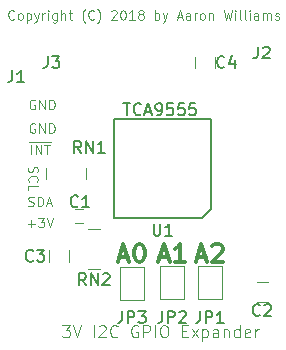
<source format=gbr>
G04 #@! TF.GenerationSoftware,KiCad,Pcbnew,5.0.0*
G04 #@! TF.CreationDate,2018-09-18T18:54:09-07:00*
G04 #@! TF.ProjectId,gpio-expander,6770696F2D657870616E6465722E6B69,rev?*
G04 #@! TF.SameCoordinates,Original*
G04 #@! TF.FileFunction,Legend,Top*
G04 #@! TF.FilePolarity,Positive*
%FSLAX46Y46*%
G04 Gerber Fmt 4.6, Leading zero omitted, Abs format (unit mm)*
G04 Created by KiCad (PCBNEW 5.0.0) date Tue Sep 18 18:54:09 2018*
%MOMM*%
%LPD*%
G01*
G04 APERTURE LIST*
%ADD10C,0.100000*%
%ADD11C,0.150000*%
%ADD12C,0.300000*%
%ADD13C,0.120000*%
G04 APERTURE END LIST*
D10*
X133428571Y-86485714D02*
X133390476Y-86523809D01*
X133276190Y-86561904D01*
X133199999Y-86561904D01*
X133085714Y-86523809D01*
X133009523Y-86447619D01*
X132971428Y-86371428D01*
X132933333Y-86219047D01*
X132933333Y-86104761D01*
X132971428Y-85952380D01*
X133009523Y-85876190D01*
X133085714Y-85800000D01*
X133199999Y-85761904D01*
X133276190Y-85761904D01*
X133390476Y-85800000D01*
X133428571Y-85838095D01*
X133885714Y-86561904D02*
X133809523Y-86523809D01*
X133771428Y-86485714D01*
X133733333Y-86409523D01*
X133733333Y-86180952D01*
X133771428Y-86104761D01*
X133809523Y-86066666D01*
X133885714Y-86028571D01*
X133999999Y-86028571D01*
X134076190Y-86066666D01*
X134114285Y-86104761D01*
X134152380Y-86180952D01*
X134152380Y-86409523D01*
X134114285Y-86485714D01*
X134076190Y-86523809D01*
X133999999Y-86561904D01*
X133885714Y-86561904D01*
X134495238Y-86028571D02*
X134495238Y-86828571D01*
X134495238Y-86066666D02*
X134571428Y-86028571D01*
X134723809Y-86028571D01*
X134800000Y-86066666D01*
X134838095Y-86104761D01*
X134876190Y-86180952D01*
X134876190Y-86409523D01*
X134838095Y-86485714D01*
X134800000Y-86523809D01*
X134723809Y-86561904D01*
X134571428Y-86561904D01*
X134495238Y-86523809D01*
X135142857Y-86028571D02*
X135333333Y-86561904D01*
X135523809Y-86028571D02*
X135333333Y-86561904D01*
X135257142Y-86752380D01*
X135219047Y-86790476D01*
X135142857Y-86828571D01*
X135828571Y-86561904D02*
X135828571Y-86028571D01*
X135828571Y-86180952D02*
X135866666Y-86104761D01*
X135904761Y-86066666D01*
X135980952Y-86028571D01*
X136057142Y-86028571D01*
X136323809Y-86561904D02*
X136323809Y-86028571D01*
X136323809Y-85761904D02*
X136285714Y-85800000D01*
X136323809Y-85838095D01*
X136361904Y-85800000D01*
X136323809Y-85761904D01*
X136323809Y-85838095D01*
X137047619Y-86028571D02*
X137047619Y-86676190D01*
X137009523Y-86752380D01*
X136971428Y-86790476D01*
X136895238Y-86828571D01*
X136780952Y-86828571D01*
X136704761Y-86790476D01*
X137047619Y-86523809D02*
X136971428Y-86561904D01*
X136819047Y-86561904D01*
X136742857Y-86523809D01*
X136704761Y-86485714D01*
X136666666Y-86409523D01*
X136666666Y-86180952D01*
X136704761Y-86104761D01*
X136742857Y-86066666D01*
X136819047Y-86028571D01*
X136971428Y-86028571D01*
X137047619Y-86066666D01*
X137428571Y-86561904D02*
X137428571Y-85761904D01*
X137771428Y-86561904D02*
X137771428Y-86142857D01*
X137733333Y-86066666D01*
X137657142Y-86028571D01*
X137542857Y-86028571D01*
X137466666Y-86066666D01*
X137428571Y-86104761D01*
X138038095Y-86028571D02*
X138342857Y-86028571D01*
X138152380Y-85761904D02*
X138152380Y-86447619D01*
X138190476Y-86523809D01*
X138266666Y-86561904D01*
X138342857Y-86561904D01*
X139447619Y-86866666D02*
X139409523Y-86828571D01*
X139333333Y-86714285D01*
X139295238Y-86638095D01*
X139257142Y-86523809D01*
X139219047Y-86333333D01*
X139219047Y-86180952D01*
X139257142Y-85990476D01*
X139295238Y-85876190D01*
X139333333Y-85800000D01*
X139409523Y-85685714D01*
X139447619Y-85647619D01*
X140209523Y-86485714D02*
X140171428Y-86523809D01*
X140057142Y-86561904D01*
X139980952Y-86561904D01*
X139866666Y-86523809D01*
X139790476Y-86447619D01*
X139752380Y-86371428D01*
X139714285Y-86219047D01*
X139714285Y-86104761D01*
X139752380Y-85952380D01*
X139790476Y-85876190D01*
X139866666Y-85800000D01*
X139980952Y-85761904D01*
X140057142Y-85761904D01*
X140171428Y-85800000D01*
X140209523Y-85838095D01*
X140476190Y-86866666D02*
X140514285Y-86828571D01*
X140590476Y-86714285D01*
X140628571Y-86638095D01*
X140666666Y-86523809D01*
X140704761Y-86333333D01*
X140704761Y-86180952D01*
X140666666Y-85990476D01*
X140628571Y-85876190D01*
X140590476Y-85800000D01*
X140514285Y-85685714D01*
X140476190Y-85647619D01*
X141657142Y-85838095D02*
X141695238Y-85800000D01*
X141771428Y-85761904D01*
X141961904Y-85761904D01*
X142038095Y-85800000D01*
X142076190Y-85838095D01*
X142114285Y-85914285D01*
X142114285Y-85990476D01*
X142076190Y-86104761D01*
X141619047Y-86561904D01*
X142114285Y-86561904D01*
X142609523Y-85761904D02*
X142685714Y-85761904D01*
X142761904Y-85800000D01*
X142800000Y-85838095D01*
X142838095Y-85914285D01*
X142876190Y-86066666D01*
X142876190Y-86257142D01*
X142838095Y-86409523D01*
X142800000Y-86485714D01*
X142761904Y-86523809D01*
X142685714Y-86561904D01*
X142609523Y-86561904D01*
X142533333Y-86523809D01*
X142495238Y-86485714D01*
X142457142Y-86409523D01*
X142419047Y-86257142D01*
X142419047Y-86066666D01*
X142457142Y-85914285D01*
X142495238Y-85838095D01*
X142533333Y-85800000D01*
X142609523Y-85761904D01*
X143638095Y-86561904D02*
X143180952Y-86561904D01*
X143409523Y-86561904D02*
X143409523Y-85761904D01*
X143333333Y-85876190D01*
X143257142Y-85952380D01*
X143180952Y-85990476D01*
X144095238Y-86104761D02*
X144019047Y-86066666D01*
X143980952Y-86028571D01*
X143942857Y-85952380D01*
X143942857Y-85914285D01*
X143980952Y-85838095D01*
X144019047Y-85800000D01*
X144095238Y-85761904D01*
X144247619Y-85761904D01*
X144323809Y-85800000D01*
X144361904Y-85838095D01*
X144400000Y-85914285D01*
X144400000Y-85952380D01*
X144361904Y-86028571D01*
X144323809Y-86066666D01*
X144247619Y-86104761D01*
X144095238Y-86104761D01*
X144019047Y-86142857D01*
X143980952Y-86180952D01*
X143942857Y-86257142D01*
X143942857Y-86409523D01*
X143980952Y-86485714D01*
X144019047Y-86523809D01*
X144095238Y-86561904D01*
X144247619Y-86561904D01*
X144323809Y-86523809D01*
X144361904Y-86485714D01*
X144400000Y-86409523D01*
X144400000Y-86257142D01*
X144361904Y-86180952D01*
X144323809Y-86142857D01*
X144247619Y-86104761D01*
X145352380Y-86561904D02*
X145352380Y-85761904D01*
X145352380Y-86066666D02*
X145428571Y-86028571D01*
X145580952Y-86028571D01*
X145657142Y-86066666D01*
X145695238Y-86104761D01*
X145733333Y-86180952D01*
X145733333Y-86409523D01*
X145695238Y-86485714D01*
X145657142Y-86523809D01*
X145580952Y-86561904D01*
X145428571Y-86561904D01*
X145352380Y-86523809D01*
X146000000Y-86028571D02*
X146190476Y-86561904D01*
X146380952Y-86028571D02*
X146190476Y-86561904D01*
X146114285Y-86752380D01*
X146076190Y-86790476D01*
X146000000Y-86828571D01*
X147257142Y-86333333D02*
X147638095Y-86333333D01*
X147180952Y-86561904D02*
X147447619Y-85761904D01*
X147714285Y-86561904D01*
X148323809Y-86561904D02*
X148323809Y-86142857D01*
X148285714Y-86066666D01*
X148209523Y-86028571D01*
X148057142Y-86028571D01*
X147980952Y-86066666D01*
X148323809Y-86523809D02*
X148247619Y-86561904D01*
X148057142Y-86561904D01*
X147980952Y-86523809D01*
X147942857Y-86447619D01*
X147942857Y-86371428D01*
X147980952Y-86295238D01*
X148057142Y-86257142D01*
X148247619Y-86257142D01*
X148323809Y-86219047D01*
X148704761Y-86561904D02*
X148704761Y-86028571D01*
X148704761Y-86180952D02*
X148742857Y-86104761D01*
X148780952Y-86066666D01*
X148857142Y-86028571D01*
X148933333Y-86028571D01*
X149314285Y-86561904D02*
X149238095Y-86523809D01*
X149200000Y-86485714D01*
X149161904Y-86409523D01*
X149161904Y-86180952D01*
X149200000Y-86104761D01*
X149238095Y-86066666D01*
X149314285Y-86028571D01*
X149428571Y-86028571D01*
X149504761Y-86066666D01*
X149542857Y-86104761D01*
X149580952Y-86180952D01*
X149580952Y-86409523D01*
X149542857Y-86485714D01*
X149504761Y-86523809D01*
X149428571Y-86561904D01*
X149314285Y-86561904D01*
X149923809Y-86028571D02*
X149923809Y-86561904D01*
X149923809Y-86104761D02*
X149961904Y-86066666D01*
X150038095Y-86028571D01*
X150152380Y-86028571D01*
X150228571Y-86066666D01*
X150266666Y-86142857D01*
X150266666Y-86561904D01*
X151180952Y-85761904D02*
X151371428Y-86561904D01*
X151523809Y-85990476D01*
X151676190Y-86561904D01*
X151866666Y-85761904D01*
X152171428Y-86561904D02*
X152171428Y-86028571D01*
X152171428Y-85761904D02*
X152133333Y-85800000D01*
X152171428Y-85838095D01*
X152209523Y-85800000D01*
X152171428Y-85761904D01*
X152171428Y-85838095D01*
X152666666Y-86561904D02*
X152590476Y-86523809D01*
X152552380Y-86447619D01*
X152552380Y-85761904D01*
X153085714Y-86561904D02*
X153009523Y-86523809D01*
X152971428Y-86447619D01*
X152971428Y-85761904D01*
X153390476Y-86561904D02*
X153390476Y-86028571D01*
X153390476Y-85761904D02*
X153352380Y-85800000D01*
X153390476Y-85838095D01*
X153428571Y-85800000D01*
X153390476Y-85761904D01*
X153390476Y-85838095D01*
X154114285Y-86561904D02*
X154114285Y-86142857D01*
X154076190Y-86066666D01*
X154000000Y-86028571D01*
X153847619Y-86028571D01*
X153771428Y-86066666D01*
X154114285Y-86523809D02*
X154038095Y-86561904D01*
X153847619Y-86561904D01*
X153771428Y-86523809D01*
X153733333Y-86447619D01*
X153733333Y-86371428D01*
X153771428Y-86295238D01*
X153847619Y-86257142D01*
X154038095Y-86257142D01*
X154114285Y-86219047D01*
X154495238Y-86561904D02*
X154495238Y-86028571D01*
X154495238Y-86104761D02*
X154533333Y-86066666D01*
X154609523Y-86028571D01*
X154723809Y-86028571D01*
X154800000Y-86066666D01*
X154838095Y-86142857D01*
X154838095Y-86561904D01*
X154838095Y-86142857D02*
X154876190Y-86066666D01*
X154952380Y-86028571D01*
X155066666Y-86028571D01*
X155142857Y-86066666D01*
X155180952Y-86142857D01*
X155180952Y-86561904D01*
X155523809Y-86523809D02*
X155600000Y-86561904D01*
X155752380Y-86561904D01*
X155828571Y-86523809D01*
X155866666Y-86447619D01*
X155866666Y-86409523D01*
X155828571Y-86333333D01*
X155752380Y-86295238D01*
X155638095Y-86295238D01*
X155561904Y-86257142D01*
X155523809Y-86180952D01*
X155523809Y-86142857D01*
X155561904Y-86066666D01*
X155638095Y-86028571D01*
X155752380Y-86028571D01*
X155828571Y-86066666D01*
X137514285Y-112452380D02*
X138133333Y-112452380D01*
X137800000Y-112833333D01*
X137942857Y-112833333D01*
X138038095Y-112880952D01*
X138085714Y-112928571D01*
X138133333Y-113023809D01*
X138133333Y-113261904D01*
X138085714Y-113357142D01*
X138038095Y-113404761D01*
X137942857Y-113452380D01*
X137657142Y-113452380D01*
X137561904Y-113404761D01*
X137514285Y-113357142D01*
X138419047Y-112452380D02*
X138752380Y-113452380D01*
X139085714Y-112452380D01*
X140180952Y-113452380D02*
X140180952Y-112452380D01*
X140609523Y-112547619D02*
X140657142Y-112500000D01*
X140752380Y-112452380D01*
X140990476Y-112452380D01*
X141085714Y-112500000D01*
X141133333Y-112547619D01*
X141180952Y-112642857D01*
X141180952Y-112738095D01*
X141133333Y-112880952D01*
X140561904Y-113452380D01*
X141180952Y-113452380D01*
X142180952Y-113357142D02*
X142133333Y-113404761D01*
X141990476Y-113452380D01*
X141895238Y-113452380D01*
X141752380Y-113404761D01*
X141657142Y-113309523D01*
X141609523Y-113214285D01*
X141561904Y-113023809D01*
X141561904Y-112880952D01*
X141609523Y-112690476D01*
X141657142Y-112595238D01*
X141752380Y-112500000D01*
X141895238Y-112452380D01*
X141990476Y-112452380D01*
X142133333Y-112500000D01*
X142180952Y-112547619D01*
X143895238Y-112500000D02*
X143800000Y-112452380D01*
X143657142Y-112452380D01*
X143514285Y-112500000D01*
X143419047Y-112595238D01*
X143371428Y-112690476D01*
X143323809Y-112880952D01*
X143323809Y-113023809D01*
X143371428Y-113214285D01*
X143419047Y-113309523D01*
X143514285Y-113404761D01*
X143657142Y-113452380D01*
X143752380Y-113452380D01*
X143895238Y-113404761D01*
X143942857Y-113357142D01*
X143942857Y-113023809D01*
X143752380Y-113023809D01*
X144371428Y-113452380D02*
X144371428Y-112452380D01*
X144752380Y-112452380D01*
X144847619Y-112500000D01*
X144895238Y-112547619D01*
X144942857Y-112642857D01*
X144942857Y-112785714D01*
X144895238Y-112880952D01*
X144847619Y-112928571D01*
X144752380Y-112976190D01*
X144371428Y-112976190D01*
X145371428Y-113452380D02*
X145371428Y-112452380D01*
X146038095Y-112452380D02*
X146228571Y-112452380D01*
X146323809Y-112500000D01*
X146419047Y-112595238D01*
X146466666Y-112785714D01*
X146466666Y-113119047D01*
X146419047Y-113309523D01*
X146323809Y-113404761D01*
X146228571Y-113452380D01*
X146038095Y-113452380D01*
X145942857Y-113404761D01*
X145847619Y-113309523D01*
X145800000Y-113119047D01*
X145800000Y-112785714D01*
X145847619Y-112595238D01*
X145942857Y-112500000D01*
X146038095Y-112452380D01*
X147657142Y-112928571D02*
X147990476Y-112928571D01*
X148133333Y-113452380D02*
X147657142Y-113452380D01*
X147657142Y-112452380D01*
X148133333Y-112452380D01*
X148466666Y-113452380D02*
X148990476Y-112785714D01*
X148466666Y-112785714D02*
X148990476Y-113452380D01*
X149371428Y-112785714D02*
X149371428Y-113785714D01*
X149371428Y-112833333D02*
X149466666Y-112785714D01*
X149657142Y-112785714D01*
X149752380Y-112833333D01*
X149800000Y-112880952D01*
X149847619Y-112976190D01*
X149847619Y-113261904D01*
X149800000Y-113357142D01*
X149752380Y-113404761D01*
X149657142Y-113452380D01*
X149466666Y-113452380D01*
X149371428Y-113404761D01*
X150704761Y-113452380D02*
X150704761Y-112928571D01*
X150657142Y-112833333D01*
X150561904Y-112785714D01*
X150371428Y-112785714D01*
X150276190Y-112833333D01*
X150704761Y-113404761D02*
X150609523Y-113452380D01*
X150371428Y-113452380D01*
X150276190Y-113404761D01*
X150228571Y-113309523D01*
X150228571Y-113214285D01*
X150276190Y-113119047D01*
X150371428Y-113071428D01*
X150609523Y-113071428D01*
X150704761Y-113023809D01*
X151180952Y-112785714D02*
X151180952Y-113452380D01*
X151180952Y-112880952D02*
X151228571Y-112833333D01*
X151323809Y-112785714D01*
X151466666Y-112785714D01*
X151561904Y-112833333D01*
X151609523Y-112928571D01*
X151609523Y-113452380D01*
X152514285Y-113452380D02*
X152514285Y-112452380D01*
X152514285Y-113404761D02*
X152419047Y-113452380D01*
X152228571Y-113452380D01*
X152133333Y-113404761D01*
X152085714Y-113357142D01*
X152038095Y-113261904D01*
X152038095Y-112976190D01*
X152085714Y-112880952D01*
X152133333Y-112833333D01*
X152228571Y-112785714D01*
X152419047Y-112785714D01*
X152514285Y-112833333D01*
X153371428Y-113404761D02*
X153276190Y-113452380D01*
X153085714Y-113452380D01*
X152990476Y-113404761D01*
X152942857Y-113309523D01*
X152942857Y-112928571D01*
X152990476Y-112833333D01*
X153085714Y-112785714D01*
X153276190Y-112785714D01*
X153371428Y-112833333D01*
X153419047Y-112928571D01*
X153419047Y-113023809D01*
X152942857Y-113119047D01*
X153847619Y-113452380D02*
X153847619Y-112785714D01*
X153847619Y-112976190D02*
X153895238Y-112880952D01*
X153942857Y-112833333D01*
X154038095Y-112785714D01*
X154133333Y-112785714D01*
D11*
X142680952Y-93652380D02*
X143252380Y-93652380D01*
X142966666Y-94652380D02*
X142966666Y-93652380D01*
X144157142Y-94557142D02*
X144109523Y-94604761D01*
X143966666Y-94652380D01*
X143871428Y-94652380D01*
X143728571Y-94604761D01*
X143633333Y-94509523D01*
X143585714Y-94414285D01*
X143538095Y-94223809D01*
X143538095Y-94080952D01*
X143585714Y-93890476D01*
X143633333Y-93795238D01*
X143728571Y-93700000D01*
X143871428Y-93652380D01*
X143966666Y-93652380D01*
X144109523Y-93700000D01*
X144157142Y-93747619D01*
X144538095Y-94366666D02*
X145014285Y-94366666D01*
X144442857Y-94652380D02*
X144776190Y-93652380D01*
X145109523Y-94652380D01*
X145490476Y-94652380D02*
X145680952Y-94652380D01*
X145776190Y-94604761D01*
X145823809Y-94557142D01*
X145919047Y-94414285D01*
X145966666Y-94223809D01*
X145966666Y-93842857D01*
X145919047Y-93747619D01*
X145871428Y-93700000D01*
X145776190Y-93652380D01*
X145585714Y-93652380D01*
X145490476Y-93700000D01*
X145442857Y-93747619D01*
X145395238Y-93842857D01*
X145395238Y-94080952D01*
X145442857Y-94176190D01*
X145490476Y-94223809D01*
X145585714Y-94271428D01*
X145776190Y-94271428D01*
X145871428Y-94223809D01*
X145919047Y-94176190D01*
X145966666Y-94080952D01*
X146871428Y-93652380D02*
X146395238Y-93652380D01*
X146347619Y-94128571D01*
X146395238Y-94080952D01*
X146490476Y-94033333D01*
X146728571Y-94033333D01*
X146823809Y-94080952D01*
X146871428Y-94128571D01*
X146919047Y-94223809D01*
X146919047Y-94461904D01*
X146871428Y-94557142D01*
X146823809Y-94604761D01*
X146728571Y-94652380D01*
X146490476Y-94652380D01*
X146395238Y-94604761D01*
X146347619Y-94557142D01*
X147823809Y-93652380D02*
X147347619Y-93652380D01*
X147300000Y-94128571D01*
X147347619Y-94080952D01*
X147442857Y-94033333D01*
X147680952Y-94033333D01*
X147776190Y-94080952D01*
X147823809Y-94128571D01*
X147871428Y-94223809D01*
X147871428Y-94461904D01*
X147823809Y-94557142D01*
X147776190Y-94604761D01*
X147680952Y-94652380D01*
X147442857Y-94652380D01*
X147347619Y-94604761D01*
X147300000Y-94557142D01*
X148776190Y-93652380D02*
X148300000Y-93652380D01*
X148252380Y-94128571D01*
X148300000Y-94080952D01*
X148395238Y-94033333D01*
X148633333Y-94033333D01*
X148728571Y-94080952D01*
X148776190Y-94128571D01*
X148823809Y-94223809D01*
X148823809Y-94461904D01*
X148776190Y-94557142D01*
X148728571Y-94604761D01*
X148633333Y-94652380D01*
X148395238Y-94652380D01*
X148300000Y-94604761D01*
X148252380Y-94557142D01*
D12*
X148928571Y-106650000D02*
X149642857Y-106650000D01*
X148785714Y-107078571D02*
X149285714Y-105578571D01*
X149785714Y-107078571D01*
X150214285Y-105721428D02*
X150285714Y-105650000D01*
X150428571Y-105578571D01*
X150785714Y-105578571D01*
X150928571Y-105650000D01*
X151000000Y-105721428D01*
X151071428Y-105864285D01*
X151071428Y-106007142D01*
X151000000Y-106221428D01*
X150142857Y-107078571D01*
X151071428Y-107078571D01*
X145728571Y-106650000D02*
X146442857Y-106650000D01*
X145585714Y-107078571D02*
X146085714Y-105578571D01*
X146585714Y-107078571D01*
X147871428Y-107078571D02*
X147014285Y-107078571D01*
X147442857Y-107078571D02*
X147442857Y-105578571D01*
X147300000Y-105792857D01*
X147157142Y-105935714D01*
X147014285Y-106007142D01*
X142328571Y-106650000D02*
X143042857Y-106650000D01*
X142185714Y-107078571D02*
X142685714Y-105578571D01*
X143185714Y-107078571D01*
X143971428Y-105578571D02*
X144114285Y-105578571D01*
X144257142Y-105650000D01*
X144328571Y-105721428D01*
X144400000Y-105864285D01*
X144471428Y-106150000D01*
X144471428Y-106507142D01*
X144400000Y-106792857D01*
X144328571Y-106935714D01*
X144257142Y-107007142D01*
X144114285Y-107078571D01*
X143971428Y-107078571D01*
X143828571Y-107007142D01*
X143757142Y-106935714D01*
X143685714Y-106792857D01*
X143614285Y-106507142D01*
X143614285Y-106150000D01*
X143685714Y-105864285D01*
X143757142Y-105721428D01*
X143828571Y-105650000D01*
X143971428Y-105578571D01*
D10*
X134571428Y-103857142D02*
X135180952Y-103857142D01*
X134876190Y-104161904D02*
X134876190Y-103552380D01*
X135485714Y-103361904D02*
X135980952Y-103361904D01*
X135714285Y-103666666D01*
X135828571Y-103666666D01*
X135904761Y-103704761D01*
X135942857Y-103742857D01*
X135980952Y-103819047D01*
X135980952Y-104009523D01*
X135942857Y-104085714D01*
X135904761Y-104123809D01*
X135828571Y-104161904D01*
X135600000Y-104161904D01*
X135523809Y-104123809D01*
X135485714Y-104085714D01*
X136209523Y-103361904D02*
X136476190Y-104161904D01*
X136742857Y-103361904D01*
X134628571Y-102323809D02*
X134742857Y-102361904D01*
X134933333Y-102361904D01*
X135009523Y-102323809D01*
X135047619Y-102285714D01*
X135085714Y-102209523D01*
X135085714Y-102133333D01*
X135047619Y-102057142D01*
X135009523Y-102019047D01*
X134933333Y-101980952D01*
X134780952Y-101942857D01*
X134704761Y-101904761D01*
X134666666Y-101866666D01*
X134628571Y-101790476D01*
X134628571Y-101714285D01*
X134666666Y-101638095D01*
X134704761Y-101600000D01*
X134780952Y-101561904D01*
X134971428Y-101561904D01*
X135085714Y-101600000D01*
X135428571Y-102361904D02*
X135428571Y-101561904D01*
X135619047Y-101561904D01*
X135733333Y-101600000D01*
X135809523Y-101676190D01*
X135847619Y-101752380D01*
X135885714Y-101904761D01*
X135885714Y-102019047D01*
X135847619Y-102171428D01*
X135809523Y-102247619D01*
X135733333Y-102323809D01*
X135619047Y-102361904D01*
X135428571Y-102361904D01*
X136190476Y-102133333D02*
X136571428Y-102133333D01*
X136114285Y-102361904D02*
X136380952Y-101561904D01*
X136647619Y-102361904D01*
X134676190Y-99047619D02*
X134638095Y-99161904D01*
X134638095Y-99352380D01*
X134676190Y-99428571D01*
X134714285Y-99466666D01*
X134790476Y-99504761D01*
X134866666Y-99504761D01*
X134942857Y-99466666D01*
X134980952Y-99428571D01*
X135019047Y-99352380D01*
X135057142Y-99200000D01*
X135095238Y-99123809D01*
X135133333Y-99085714D01*
X135209523Y-99047619D01*
X135285714Y-99047619D01*
X135361904Y-99085714D01*
X135400000Y-99123809D01*
X135438095Y-99200000D01*
X135438095Y-99390476D01*
X135400000Y-99504761D01*
X134714285Y-100304761D02*
X134676190Y-100266666D01*
X134638095Y-100152380D01*
X134638095Y-100076190D01*
X134676190Y-99961904D01*
X134752380Y-99885714D01*
X134828571Y-99847619D01*
X134980952Y-99809523D01*
X135095238Y-99809523D01*
X135247619Y-99847619D01*
X135323809Y-99885714D01*
X135400000Y-99961904D01*
X135438095Y-100076190D01*
X135438095Y-100152380D01*
X135400000Y-100266666D01*
X135361904Y-100304761D01*
X134638095Y-101028571D02*
X134638095Y-100647619D01*
X135438095Y-100647619D01*
X134685714Y-96894000D02*
X135066666Y-96894000D01*
X134876190Y-97961904D02*
X134876190Y-97161904D01*
X135066666Y-96894000D02*
X135904761Y-96894000D01*
X135257142Y-97961904D02*
X135257142Y-97161904D01*
X135714285Y-97961904D01*
X135714285Y-97161904D01*
X135904761Y-96894000D02*
X136514285Y-96894000D01*
X135980952Y-97161904D02*
X136438095Y-97161904D01*
X136209523Y-97961904D02*
X136209523Y-97161904D01*
X135190476Y-95400000D02*
X135114285Y-95361904D01*
X135000000Y-95361904D01*
X134885714Y-95400000D01*
X134809523Y-95476190D01*
X134771428Y-95552380D01*
X134733333Y-95704761D01*
X134733333Y-95819047D01*
X134771428Y-95971428D01*
X134809523Y-96047619D01*
X134885714Y-96123809D01*
X135000000Y-96161904D01*
X135076190Y-96161904D01*
X135190476Y-96123809D01*
X135228571Y-96085714D01*
X135228571Y-95819047D01*
X135076190Y-95819047D01*
X135571428Y-96161904D02*
X135571428Y-95361904D01*
X136028571Y-96161904D01*
X136028571Y-95361904D01*
X136409523Y-96161904D02*
X136409523Y-95361904D01*
X136600000Y-95361904D01*
X136714285Y-95400000D01*
X136790476Y-95476190D01*
X136828571Y-95552380D01*
X136866666Y-95704761D01*
X136866666Y-95819047D01*
X136828571Y-95971428D01*
X136790476Y-96047619D01*
X136714285Y-96123809D01*
X136600000Y-96161904D01*
X136409523Y-96161904D01*
X135190476Y-93400000D02*
X135114285Y-93361904D01*
X135000000Y-93361904D01*
X134885714Y-93400000D01*
X134809523Y-93476190D01*
X134771428Y-93552380D01*
X134733333Y-93704761D01*
X134733333Y-93819047D01*
X134771428Y-93971428D01*
X134809523Y-94047619D01*
X134885714Y-94123809D01*
X135000000Y-94161904D01*
X135076190Y-94161904D01*
X135190476Y-94123809D01*
X135228571Y-94085714D01*
X135228571Y-93819047D01*
X135076190Y-93819047D01*
X135571428Y-94161904D02*
X135571428Y-93361904D01*
X136028571Y-94161904D01*
X136028571Y-93361904D01*
X136409523Y-94161904D02*
X136409523Y-93361904D01*
X136600000Y-93361904D01*
X136714285Y-93400000D01*
X136790476Y-93476190D01*
X136828571Y-93552380D01*
X136866666Y-93704761D01*
X136866666Y-93819047D01*
X136828571Y-93971428D01*
X136790476Y-94047619D01*
X136714285Y-94123809D01*
X136600000Y-94161904D01*
X136409523Y-94161904D01*
D13*
G04 #@! TO.C,C4*
X148750000Y-89700000D02*
X148750000Y-90700000D01*
X150450000Y-90700000D02*
X150450000Y-89700000D01*
G04 #@! TO.C,C1*
X139300000Y-103800000D02*
X138600000Y-103800000D01*
X138600000Y-102600000D02*
X139300000Y-102600000D01*
G04 #@! TO.C,C3*
X136350000Y-106050000D02*
X136350000Y-107050000D01*
X138050000Y-107050000D02*
X138050000Y-106050000D01*
G04 #@! TO.C,C2*
X154950000Y-108750000D02*
X153950000Y-108750000D01*
X153950000Y-110450000D02*
X154950000Y-110450000D01*
D11*
G04 #@! TO.C,U1*
X150100000Y-102600000D02*
X149300000Y-103400000D01*
X149300000Y-103400000D02*
X141900000Y-103400000D01*
X141900000Y-103400000D02*
X141900000Y-94950000D01*
X141900000Y-94950000D02*
X150100000Y-94950000D01*
X150100000Y-94950000D02*
X150100000Y-102600000D01*
D13*
G04 #@! TO.C,RN2*
X140700000Y-104320000D02*
X139700000Y-104320000D01*
X140700000Y-107680000D02*
X139700000Y-107680000D01*
G04 #@! TO.C,RN1*
X139480000Y-99100000D02*
X139480000Y-100100000D01*
X136120000Y-99100000D02*
X136120000Y-100100000D01*
G04 #@! TO.C,JP3*
X144400000Y-110325000D02*
X142400000Y-110325000D01*
X144400000Y-107525000D02*
X144400000Y-110325000D01*
X142400000Y-107525000D02*
X144400000Y-107525000D01*
X142400000Y-110325000D02*
X142400000Y-107525000D01*
G04 #@! TO.C,JP2*
X145800000Y-110200000D02*
X145800000Y-107400000D01*
X145800000Y-107400000D02*
X147800000Y-107400000D01*
X147800000Y-107400000D02*
X147800000Y-110200000D01*
X147800000Y-110200000D02*
X145800000Y-110200000D01*
G04 #@! TO.C,JP1*
X151000000Y-110200000D02*
X149000000Y-110200000D01*
X151000000Y-107400000D02*
X151000000Y-110200000D01*
X149000000Y-107400000D02*
X151000000Y-107400000D01*
X149000000Y-110200000D02*
X149000000Y-107400000D01*
G04 #@! TO.C,C4*
D11*
X151233333Y-90557142D02*
X151185714Y-90604761D01*
X151042857Y-90652380D01*
X150947619Y-90652380D01*
X150804761Y-90604761D01*
X150709523Y-90509523D01*
X150661904Y-90414285D01*
X150614285Y-90223809D01*
X150614285Y-90080952D01*
X150661904Y-89890476D01*
X150709523Y-89795238D01*
X150804761Y-89700000D01*
X150947619Y-89652380D01*
X151042857Y-89652380D01*
X151185714Y-89700000D01*
X151233333Y-89747619D01*
X152090476Y-89985714D02*
X152090476Y-90652380D01*
X151852380Y-89604761D02*
X151614285Y-90319047D01*
X152233333Y-90319047D01*
G04 #@! TO.C,J2*
X154066666Y-88852380D02*
X154066666Y-89566666D01*
X154019047Y-89709523D01*
X153923809Y-89804761D01*
X153780952Y-89852380D01*
X153685714Y-89852380D01*
X154495238Y-88947619D02*
X154542857Y-88900000D01*
X154638095Y-88852380D01*
X154876190Y-88852380D01*
X154971428Y-88900000D01*
X155019047Y-88947619D01*
X155066666Y-89042857D01*
X155066666Y-89138095D01*
X155019047Y-89280952D01*
X154447619Y-89852380D01*
X155066666Y-89852380D01*
G04 #@! TO.C,C1*
X138833333Y-102357142D02*
X138785714Y-102404761D01*
X138642857Y-102452380D01*
X138547619Y-102452380D01*
X138404761Y-102404761D01*
X138309523Y-102309523D01*
X138261904Y-102214285D01*
X138214285Y-102023809D01*
X138214285Y-101880952D01*
X138261904Y-101690476D01*
X138309523Y-101595238D01*
X138404761Y-101500000D01*
X138547619Y-101452380D01*
X138642857Y-101452380D01*
X138785714Y-101500000D01*
X138833333Y-101547619D01*
X139785714Y-102452380D02*
X139214285Y-102452380D01*
X139500000Y-102452380D02*
X139500000Y-101452380D01*
X139404761Y-101595238D01*
X139309523Y-101690476D01*
X139214285Y-101738095D01*
G04 #@! TO.C,C3*
X135033333Y-106957142D02*
X134985714Y-107004761D01*
X134842857Y-107052380D01*
X134747619Y-107052380D01*
X134604761Y-107004761D01*
X134509523Y-106909523D01*
X134461904Y-106814285D01*
X134414285Y-106623809D01*
X134414285Y-106480952D01*
X134461904Y-106290476D01*
X134509523Y-106195238D01*
X134604761Y-106100000D01*
X134747619Y-106052380D01*
X134842857Y-106052380D01*
X134985714Y-106100000D01*
X135033333Y-106147619D01*
X135366666Y-106052380D02*
X135985714Y-106052380D01*
X135652380Y-106433333D01*
X135795238Y-106433333D01*
X135890476Y-106480952D01*
X135938095Y-106528571D01*
X135985714Y-106623809D01*
X135985714Y-106861904D01*
X135938095Y-106957142D01*
X135890476Y-107004761D01*
X135795238Y-107052380D01*
X135509523Y-107052380D01*
X135414285Y-107004761D01*
X135366666Y-106957142D01*
G04 #@! TO.C,C2*
X154233333Y-111557142D02*
X154185714Y-111604761D01*
X154042857Y-111652380D01*
X153947619Y-111652380D01*
X153804761Y-111604761D01*
X153709523Y-111509523D01*
X153661904Y-111414285D01*
X153614285Y-111223809D01*
X153614285Y-111080952D01*
X153661904Y-110890476D01*
X153709523Y-110795238D01*
X153804761Y-110700000D01*
X153947619Y-110652380D01*
X154042857Y-110652380D01*
X154185714Y-110700000D01*
X154233333Y-110747619D01*
X154614285Y-110747619D02*
X154661904Y-110700000D01*
X154757142Y-110652380D01*
X154995238Y-110652380D01*
X155090476Y-110700000D01*
X155138095Y-110747619D01*
X155185714Y-110842857D01*
X155185714Y-110938095D01*
X155138095Y-111080952D01*
X154566666Y-111652380D01*
X155185714Y-111652380D01*
G04 #@! TO.C,J1*
X133266666Y-90852380D02*
X133266666Y-91566666D01*
X133219047Y-91709523D01*
X133123809Y-91804761D01*
X132980952Y-91852380D01*
X132885714Y-91852380D01*
X134266666Y-91852380D02*
X133695238Y-91852380D01*
X133980952Y-91852380D02*
X133980952Y-90852380D01*
X133885714Y-90995238D01*
X133790476Y-91090476D01*
X133695238Y-91138095D01*
G04 #@! TO.C,U1*
X145238095Y-103852380D02*
X145238095Y-104661904D01*
X145285714Y-104757142D01*
X145333333Y-104804761D01*
X145428571Y-104852380D01*
X145619047Y-104852380D01*
X145714285Y-104804761D01*
X145761904Y-104757142D01*
X145809523Y-104661904D01*
X145809523Y-103852380D01*
X146809523Y-104852380D02*
X146238095Y-104852380D01*
X146523809Y-104852380D02*
X146523809Y-103852380D01*
X146428571Y-103995238D01*
X146333333Y-104090476D01*
X146238095Y-104138095D01*
G04 #@! TO.C,J3*
X136266666Y-89652380D02*
X136266666Y-90366666D01*
X136219047Y-90509523D01*
X136123809Y-90604761D01*
X135980952Y-90652380D01*
X135885714Y-90652380D01*
X136647619Y-89652380D02*
X137266666Y-89652380D01*
X136933333Y-90033333D01*
X137076190Y-90033333D01*
X137171428Y-90080952D01*
X137219047Y-90128571D01*
X137266666Y-90223809D01*
X137266666Y-90461904D01*
X137219047Y-90557142D01*
X137171428Y-90604761D01*
X137076190Y-90652380D01*
X136790476Y-90652380D01*
X136695238Y-90604761D01*
X136647619Y-90557142D01*
G04 #@! TO.C,RN2*
X139509523Y-109052380D02*
X139176190Y-108576190D01*
X138938095Y-109052380D02*
X138938095Y-108052380D01*
X139319047Y-108052380D01*
X139414285Y-108100000D01*
X139461904Y-108147619D01*
X139509523Y-108242857D01*
X139509523Y-108385714D01*
X139461904Y-108480952D01*
X139414285Y-108528571D01*
X139319047Y-108576190D01*
X138938095Y-108576190D01*
X139938095Y-109052380D02*
X139938095Y-108052380D01*
X140509523Y-109052380D01*
X140509523Y-108052380D01*
X140938095Y-108147619D02*
X140985714Y-108100000D01*
X141080952Y-108052380D01*
X141319047Y-108052380D01*
X141414285Y-108100000D01*
X141461904Y-108147619D01*
X141509523Y-108242857D01*
X141509523Y-108338095D01*
X141461904Y-108480952D01*
X140890476Y-109052380D01*
X141509523Y-109052380D01*
G04 #@! TO.C,RN1*
X139109523Y-97852380D02*
X138776190Y-97376190D01*
X138538095Y-97852380D02*
X138538095Y-96852380D01*
X138919047Y-96852380D01*
X139014285Y-96900000D01*
X139061904Y-96947619D01*
X139109523Y-97042857D01*
X139109523Y-97185714D01*
X139061904Y-97280952D01*
X139014285Y-97328571D01*
X138919047Y-97376190D01*
X138538095Y-97376190D01*
X139538095Y-97852380D02*
X139538095Y-96852380D01*
X140109523Y-97852380D01*
X140109523Y-96852380D01*
X141109523Y-97852380D02*
X140538095Y-97852380D01*
X140823809Y-97852380D02*
X140823809Y-96852380D01*
X140728571Y-96995238D01*
X140633333Y-97090476D01*
X140538095Y-97138095D01*
G04 #@! TO.C,JP3*
X142566666Y-111252380D02*
X142566666Y-111966666D01*
X142519047Y-112109523D01*
X142423809Y-112204761D01*
X142280952Y-112252380D01*
X142185714Y-112252380D01*
X143042857Y-112252380D02*
X143042857Y-111252380D01*
X143423809Y-111252380D01*
X143519047Y-111300000D01*
X143566666Y-111347619D01*
X143614285Y-111442857D01*
X143614285Y-111585714D01*
X143566666Y-111680952D01*
X143519047Y-111728571D01*
X143423809Y-111776190D01*
X143042857Y-111776190D01*
X143947619Y-111252380D02*
X144566666Y-111252380D01*
X144233333Y-111633333D01*
X144376190Y-111633333D01*
X144471428Y-111680952D01*
X144519047Y-111728571D01*
X144566666Y-111823809D01*
X144566666Y-112061904D01*
X144519047Y-112157142D01*
X144471428Y-112204761D01*
X144376190Y-112252380D01*
X144090476Y-112252380D01*
X143995238Y-112204761D01*
X143947619Y-112157142D01*
G04 #@! TO.C,JP2*
X145966666Y-111252380D02*
X145966666Y-111966666D01*
X145919047Y-112109523D01*
X145823809Y-112204761D01*
X145680952Y-112252380D01*
X145585714Y-112252380D01*
X146442857Y-112252380D02*
X146442857Y-111252380D01*
X146823809Y-111252380D01*
X146919047Y-111300000D01*
X146966666Y-111347619D01*
X147014285Y-111442857D01*
X147014285Y-111585714D01*
X146966666Y-111680952D01*
X146919047Y-111728571D01*
X146823809Y-111776190D01*
X146442857Y-111776190D01*
X147395238Y-111347619D02*
X147442857Y-111300000D01*
X147538095Y-111252380D01*
X147776190Y-111252380D01*
X147871428Y-111300000D01*
X147919047Y-111347619D01*
X147966666Y-111442857D01*
X147966666Y-111538095D01*
X147919047Y-111680952D01*
X147347619Y-112252380D01*
X147966666Y-112252380D01*
G04 #@! TO.C,JP1*
X149166666Y-111252380D02*
X149166666Y-111966666D01*
X149119047Y-112109523D01*
X149023809Y-112204761D01*
X148880952Y-112252380D01*
X148785714Y-112252380D01*
X149642857Y-112252380D02*
X149642857Y-111252380D01*
X150023809Y-111252380D01*
X150119047Y-111300000D01*
X150166666Y-111347619D01*
X150214285Y-111442857D01*
X150214285Y-111585714D01*
X150166666Y-111680952D01*
X150119047Y-111728571D01*
X150023809Y-111776190D01*
X149642857Y-111776190D01*
X151166666Y-112252380D02*
X150595238Y-112252380D01*
X150880952Y-112252380D02*
X150880952Y-111252380D01*
X150785714Y-111395238D01*
X150690476Y-111490476D01*
X150595238Y-111538095D01*
G04 #@! TD*
M02*

</source>
